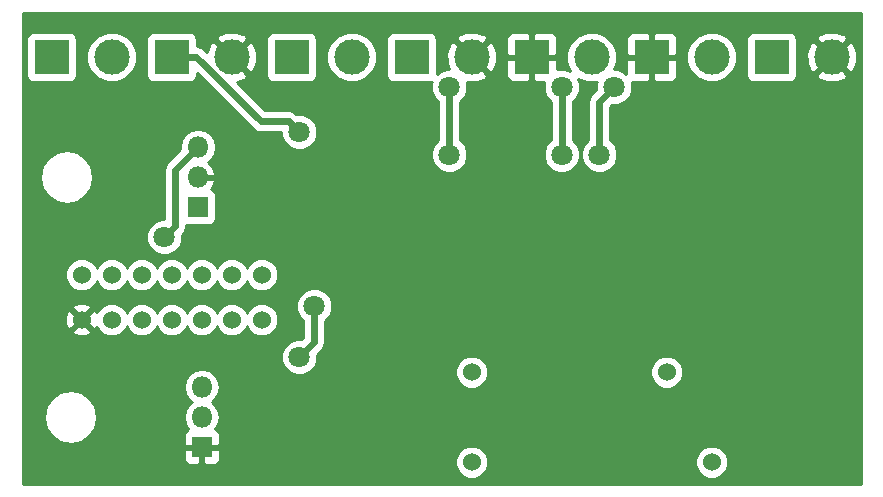
<source format=gbr>
G04 #@! TF.FileFunction,Copper,L2,Bot,Signal*
%FSLAX46Y46*%
G04 Gerber Fmt 4.6, Leading zero omitted, Abs format (unit mm)*
G04 Created by KiCad (PCBNEW 4.0.7) date 05/05/18 10:53:01*
%MOMM*%
%LPD*%
G01*
G04 APERTURE LIST*
%ADD10C,0.100000*%
%ADD11C,1.524000*%
%ADD12R,1.800000X1.800000*%
%ADD13O,1.800000X1.800000*%
%ADD14R,3.000000X3.000000*%
%ADD15C,3.000000*%
%ADD16C,1.800000*%
%ADD17C,0.600000*%
%ADD18C,0.600000*%
%ADD19C,0.254000*%
G04 APERTURE END LIST*
D10*
D11*
X140335000Y-94615000D03*
X156845000Y-94615000D03*
X140335000Y-102235000D03*
X160655000Y-102235000D03*
D12*
X117475000Y-100965000D03*
D13*
X117475000Y-98425000D03*
X117475000Y-95885000D03*
D11*
X122555000Y-90170000D03*
X120015000Y-90170000D03*
X117475000Y-90170000D03*
X114935000Y-90170000D03*
X112395000Y-90170000D03*
X109855000Y-90170000D03*
X107315000Y-90170000D03*
X122555000Y-86360000D03*
X120015000Y-86360000D03*
X117475000Y-86360000D03*
X114935000Y-86360000D03*
X112395000Y-86360000D03*
X109855000Y-86360000D03*
X107315000Y-86360000D03*
D12*
X117145000Y-80645000D03*
D13*
X117145000Y-78105000D03*
X117145000Y-75565000D03*
D14*
X135255000Y-67945000D03*
D15*
X140335000Y-67945000D03*
D14*
X114935000Y-67945000D03*
D15*
X120015000Y-67945000D03*
D14*
X165735000Y-67945000D03*
D15*
X170815000Y-67945000D03*
D14*
X125095000Y-67945000D03*
D15*
X130175000Y-67945000D03*
D14*
X104775000Y-67945000D03*
D15*
X109855000Y-67945000D03*
D14*
X145415000Y-67945000D03*
D15*
X150495000Y-67945000D03*
D14*
X155575000Y-67945000D03*
D15*
X160655000Y-67945000D03*
D16*
X115570000Y-92710000D03*
X152400000Y-82550000D03*
X138430000Y-86360000D03*
X120650000Y-78105000D03*
X125730000Y-78105000D03*
D17*
X117475000Y-100965000D03*
X170815000Y-67945000D03*
X155575000Y-67945000D03*
X145415000Y-67945000D03*
X140335000Y-67945000D03*
X120015000Y-67945000D03*
D16*
X114300000Y-83185000D03*
X147955000Y-70485000D03*
X147955000Y-76200000D03*
X152400000Y-70485000D03*
X151130000Y-76200000D03*
X127000000Y-89022011D03*
X125730000Y-93345000D03*
X138430000Y-76200000D03*
X138430000Y-70485000D03*
D17*
X122555000Y-90170000D03*
D16*
X125730000Y-74295000D03*
D18*
X114300000Y-83185000D02*
X115199999Y-82285001D01*
X115199999Y-82285001D02*
X115199999Y-77510001D01*
X115199999Y-77510001D02*
X116245001Y-76464999D01*
X116245001Y-76464999D02*
X117145000Y-75565000D01*
X147955000Y-76200000D02*
X147955000Y-70485000D01*
X151130000Y-76200000D02*
X151130000Y-71755000D01*
X151130000Y-71755000D02*
X152400000Y-70485000D01*
X127000000Y-90294803D02*
X127000000Y-89022011D01*
X125730000Y-93345000D02*
X127000000Y-92075000D01*
X127000000Y-92075000D02*
X127000000Y-90294803D01*
X138430000Y-70485000D02*
X138430000Y-76200000D01*
X125730000Y-74295000D02*
X124830001Y-73395001D01*
X124830001Y-73395001D02*
X122485001Y-73395001D01*
X122485001Y-73395001D02*
X117035000Y-67945000D01*
X117035000Y-67945000D02*
X114935000Y-67945000D01*
D19*
G36*
X173280000Y-104065000D02*
X102310000Y-104065000D01*
X102310000Y-102511661D01*
X138937758Y-102511661D01*
X139149990Y-103025303D01*
X139542630Y-103418629D01*
X140055900Y-103631757D01*
X140611661Y-103632242D01*
X141125303Y-103420010D01*
X141518629Y-103027370D01*
X141731757Y-102514100D01*
X141731759Y-102511661D01*
X159257758Y-102511661D01*
X159469990Y-103025303D01*
X159862630Y-103418629D01*
X160375900Y-103631757D01*
X160931661Y-103632242D01*
X161445303Y-103420010D01*
X161838629Y-103027370D01*
X162051757Y-102514100D01*
X162052242Y-101958339D01*
X161840010Y-101444697D01*
X161447370Y-101051371D01*
X160934100Y-100838243D01*
X160378339Y-100837758D01*
X159864697Y-101049990D01*
X159471371Y-101442630D01*
X159258243Y-101955900D01*
X159257758Y-102511661D01*
X141731759Y-102511661D01*
X141732242Y-101958339D01*
X141520010Y-101444697D01*
X141127370Y-101051371D01*
X140614100Y-100838243D01*
X140058339Y-100837758D01*
X139544697Y-101049990D01*
X139151371Y-101442630D01*
X138938243Y-101955900D01*
X138937758Y-102511661D01*
X102310000Y-102511661D01*
X102310000Y-101250750D01*
X115940000Y-101250750D01*
X115940000Y-101991309D01*
X116036673Y-102224698D01*
X116215301Y-102403327D01*
X116448690Y-102500000D01*
X117189250Y-102500000D01*
X117348000Y-102341250D01*
X117348000Y-101092000D01*
X117602000Y-101092000D01*
X117602000Y-102341250D01*
X117760750Y-102500000D01*
X118501310Y-102500000D01*
X118734699Y-102403327D01*
X118913327Y-102224698D01*
X119010000Y-101991309D01*
X119010000Y-101250750D01*
X118851250Y-101092000D01*
X117602000Y-101092000D01*
X117348000Y-101092000D01*
X116098750Y-101092000D01*
X115940000Y-101250750D01*
X102310000Y-101250750D01*
X102310000Y-98381214D01*
X104140000Y-98381214D01*
X104140000Y-98468786D01*
X104310129Y-99324083D01*
X104794616Y-100049170D01*
X105519703Y-100533657D01*
X106375000Y-100703786D01*
X107230297Y-100533657D01*
X107955384Y-100049170D01*
X108439871Y-99324083D01*
X108610000Y-98468786D01*
X108610000Y-98381214D01*
X108439871Y-97525917D01*
X107955384Y-96800830D01*
X107230297Y-96316343D01*
X106375000Y-96146214D01*
X105519703Y-96316343D01*
X104794616Y-96800830D01*
X104310129Y-97525917D01*
X104140000Y-98381214D01*
X102310000Y-98381214D01*
X102310000Y-95854928D01*
X115940000Y-95854928D01*
X115940000Y-95915072D01*
X116056845Y-96502491D01*
X116389591Y-97000481D01*
X116620845Y-97155000D01*
X116389591Y-97309519D01*
X116056845Y-97807509D01*
X115940000Y-98394928D01*
X115940000Y-98455072D01*
X116056845Y-99042491D01*
X116344583Y-99473122D01*
X116215301Y-99526673D01*
X116036673Y-99705302D01*
X115940000Y-99938691D01*
X115940000Y-100679250D01*
X116098750Y-100838000D01*
X117348000Y-100838000D01*
X117348000Y-100818000D01*
X117602000Y-100818000D01*
X117602000Y-100838000D01*
X118851250Y-100838000D01*
X119010000Y-100679250D01*
X119010000Y-99938691D01*
X118913327Y-99705302D01*
X118734699Y-99526673D01*
X118605417Y-99473122D01*
X118893155Y-99042491D01*
X119010000Y-98455072D01*
X119010000Y-98394928D01*
X118893155Y-97807509D01*
X118560409Y-97309519D01*
X118329155Y-97155000D01*
X118560409Y-97000481D01*
X118893155Y-96502491D01*
X119010000Y-95915072D01*
X119010000Y-95854928D01*
X118893155Y-95267509D01*
X118642022Y-94891661D01*
X138937758Y-94891661D01*
X139149990Y-95405303D01*
X139542630Y-95798629D01*
X140055900Y-96011757D01*
X140611661Y-96012242D01*
X141125303Y-95800010D01*
X141518629Y-95407370D01*
X141731757Y-94894100D01*
X141731759Y-94891661D01*
X155447758Y-94891661D01*
X155659990Y-95405303D01*
X156052630Y-95798629D01*
X156565900Y-96011757D01*
X157121661Y-96012242D01*
X157635303Y-95800010D01*
X158028629Y-95407370D01*
X158241757Y-94894100D01*
X158242242Y-94338339D01*
X158030010Y-93824697D01*
X157637370Y-93431371D01*
X157124100Y-93218243D01*
X156568339Y-93217758D01*
X156054697Y-93429990D01*
X155661371Y-93822630D01*
X155448243Y-94335900D01*
X155447758Y-94891661D01*
X141731759Y-94891661D01*
X141732242Y-94338339D01*
X141520010Y-93824697D01*
X141127370Y-93431371D01*
X140614100Y-93218243D01*
X140058339Y-93217758D01*
X139544697Y-93429990D01*
X139151371Y-93822630D01*
X138938243Y-94335900D01*
X138937758Y-94891661D01*
X118642022Y-94891661D01*
X118560409Y-94769519D01*
X118062419Y-94436773D01*
X117475000Y-94319928D01*
X116887581Y-94436773D01*
X116389591Y-94769519D01*
X116056845Y-95267509D01*
X115940000Y-95854928D01*
X102310000Y-95854928D01*
X102310000Y-93648991D01*
X124194735Y-93648991D01*
X124427932Y-94213371D01*
X124859357Y-94645551D01*
X125423330Y-94879733D01*
X126033991Y-94880265D01*
X126598371Y-94647068D01*
X127030551Y-94215643D01*
X127264733Y-93651670D01*
X127265186Y-93132104D01*
X127661145Y-92736145D01*
X127863827Y-92432809D01*
X127935000Y-92075000D01*
X127935000Y-90257566D01*
X128300551Y-89892654D01*
X128534733Y-89328681D01*
X128535265Y-88718020D01*
X128302068Y-88153640D01*
X127870643Y-87721460D01*
X127306670Y-87487278D01*
X126696009Y-87486746D01*
X126131629Y-87719943D01*
X125699449Y-88151368D01*
X125465267Y-88715341D01*
X125464735Y-89326002D01*
X125697932Y-89890382D01*
X126065000Y-90258092D01*
X126065000Y-91687710D01*
X125942525Y-91810185D01*
X125426009Y-91809735D01*
X124861629Y-92042932D01*
X124429449Y-92474357D01*
X124195267Y-93038330D01*
X124194735Y-93648991D01*
X102310000Y-93648991D01*
X102310000Y-91150213D01*
X106514392Y-91150213D01*
X106583857Y-91392397D01*
X107107302Y-91579144D01*
X107662368Y-91551362D01*
X108046143Y-91392397D01*
X108115608Y-91150213D01*
X107315000Y-90349605D01*
X106514392Y-91150213D01*
X102310000Y-91150213D01*
X102310000Y-89962302D01*
X105905856Y-89962302D01*
X105933638Y-90517368D01*
X106092603Y-90901143D01*
X106334787Y-90970608D01*
X107135395Y-90170000D01*
X107494605Y-90170000D01*
X108295213Y-90970608D01*
X108537397Y-90901143D01*
X108587509Y-90760682D01*
X108669990Y-90960303D01*
X109062630Y-91353629D01*
X109575900Y-91566757D01*
X110131661Y-91567242D01*
X110645303Y-91355010D01*
X111038629Y-90962370D01*
X111124949Y-90754488D01*
X111209990Y-90960303D01*
X111602630Y-91353629D01*
X112115900Y-91566757D01*
X112671661Y-91567242D01*
X113185303Y-91355010D01*
X113578629Y-90962370D01*
X113664949Y-90754488D01*
X113749990Y-90960303D01*
X114142630Y-91353629D01*
X114655900Y-91566757D01*
X115211661Y-91567242D01*
X115725303Y-91355010D01*
X116118629Y-90962370D01*
X116204949Y-90754488D01*
X116289990Y-90960303D01*
X116682630Y-91353629D01*
X117195900Y-91566757D01*
X117751661Y-91567242D01*
X118265303Y-91355010D01*
X118658629Y-90962370D01*
X118744949Y-90754488D01*
X118829990Y-90960303D01*
X119222630Y-91353629D01*
X119735900Y-91566757D01*
X120291661Y-91567242D01*
X120805303Y-91355010D01*
X121198629Y-90962370D01*
X121284949Y-90754488D01*
X121369990Y-90960303D01*
X121762630Y-91353629D01*
X122275900Y-91566757D01*
X122831661Y-91567242D01*
X123345303Y-91355010D01*
X123738629Y-90962370D01*
X123951757Y-90449100D01*
X123952242Y-89893339D01*
X123740010Y-89379697D01*
X123347370Y-88986371D01*
X122834100Y-88773243D01*
X122278339Y-88772758D01*
X121764697Y-88984990D01*
X121371371Y-89377630D01*
X121285051Y-89585512D01*
X121200010Y-89379697D01*
X120807370Y-88986371D01*
X120294100Y-88773243D01*
X119738339Y-88772758D01*
X119224697Y-88984990D01*
X118831371Y-89377630D01*
X118745051Y-89585512D01*
X118660010Y-89379697D01*
X118267370Y-88986371D01*
X117754100Y-88773243D01*
X117198339Y-88772758D01*
X116684697Y-88984990D01*
X116291371Y-89377630D01*
X116205051Y-89585512D01*
X116120010Y-89379697D01*
X115727370Y-88986371D01*
X115214100Y-88773243D01*
X114658339Y-88772758D01*
X114144697Y-88984990D01*
X113751371Y-89377630D01*
X113665051Y-89585512D01*
X113580010Y-89379697D01*
X113187370Y-88986371D01*
X112674100Y-88773243D01*
X112118339Y-88772758D01*
X111604697Y-88984990D01*
X111211371Y-89377630D01*
X111125051Y-89585512D01*
X111040010Y-89379697D01*
X110647370Y-88986371D01*
X110134100Y-88773243D01*
X109578339Y-88772758D01*
X109064697Y-88984990D01*
X108671371Y-89377630D01*
X108591605Y-89569727D01*
X108537397Y-89438857D01*
X108295213Y-89369392D01*
X107494605Y-90170000D01*
X107135395Y-90170000D01*
X106334787Y-89369392D01*
X106092603Y-89438857D01*
X105905856Y-89962302D01*
X102310000Y-89962302D01*
X102310000Y-89189787D01*
X106514392Y-89189787D01*
X107315000Y-89990395D01*
X108115608Y-89189787D01*
X108046143Y-88947603D01*
X107522698Y-88760856D01*
X106967632Y-88788638D01*
X106583857Y-88947603D01*
X106514392Y-89189787D01*
X102310000Y-89189787D01*
X102310000Y-86636661D01*
X105917758Y-86636661D01*
X106129990Y-87150303D01*
X106522630Y-87543629D01*
X107035900Y-87756757D01*
X107591661Y-87757242D01*
X108105303Y-87545010D01*
X108498629Y-87152370D01*
X108584949Y-86944488D01*
X108669990Y-87150303D01*
X109062630Y-87543629D01*
X109575900Y-87756757D01*
X110131661Y-87757242D01*
X110645303Y-87545010D01*
X111038629Y-87152370D01*
X111124949Y-86944488D01*
X111209990Y-87150303D01*
X111602630Y-87543629D01*
X112115900Y-87756757D01*
X112671661Y-87757242D01*
X113185303Y-87545010D01*
X113578629Y-87152370D01*
X113664949Y-86944488D01*
X113749990Y-87150303D01*
X114142630Y-87543629D01*
X114655900Y-87756757D01*
X115211661Y-87757242D01*
X115725303Y-87545010D01*
X116118629Y-87152370D01*
X116204949Y-86944488D01*
X116289990Y-87150303D01*
X116682630Y-87543629D01*
X117195900Y-87756757D01*
X117751661Y-87757242D01*
X118265303Y-87545010D01*
X118658629Y-87152370D01*
X118744949Y-86944488D01*
X118829990Y-87150303D01*
X119222630Y-87543629D01*
X119735900Y-87756757D01*
X120291661Y-87757242D01*
X120805303Y-87545010D01*
X121198629Y-87152370D01*
X121284949Y-86944488D01*
X121369990Y-87150303D01*
X121762630Y-87543629D01*
X122275900Y-87756757D01*
X122831661Y-87757242D01*
X123345303Y-87545010D01*
X123738629Y-87152370D01*
X123951757Y-86639100D01*
X123952242Y-86083339D01*
X123740010Y-85569697D01*
X123347370Y-85176371D01*
X122834100Y-84963243D01*
X122278339Y-84962758D01*
X121764697Y-85174990D01*
X121371371Y-85567630D01*
X121285051Y-85775512D01*
X121200010Y-85569697D01*
X120807370Y-85176371D01*
X120294100Y-84963243D01*
X119738339Y-84962758D01*
X119224697Y-85174990D01*
X118831371Y-85567630D01*
X118745051Y-85775512D01*
X118660010Y-85569697D01*
X118267370Y-85176371D01*
X117754100Y-84963243D01*
X117198339Y-84962758D01*
X116684697Y-85174990D01*
X116291371Y-85567630D01*
X116205051Y-85775512D01*
X116120010Y-85569697D01*
X115727370Y-85176371D01*
X115214100Y-84963243D01*
X114658339Y-84962758D01*
X114144697Y-85174990D01*
X113751371Y-85567630D01*
X113665051Y-85775512D01*
X113580010Y-85569697D01*
X113187370Y-85176371D01*
X112674100Y-84963243D01*
X112118339Y-84962758D01*
X111604697Y-85174990D01*
X111211371Y-85567630D01*
X111125051Y-85775512D01*
X111040010Y-85569697D01*
X110647370Y-85176371D01*
X110134100Y-84963243D01*
X109578339Y-84962758D01*
X109064697Y-85174990D01*
X108671371Y-85567630D01*
X108585051Y-85775512D01*
X108500010Y-85569697D01*
X108107370Y-85176371D01*
X107594100Y-84963243D01*
X107038339Y-84962758D01*
X106524697Y-85174990D01*
X106131371Y-85567630D01*
X105918243Y-86080900D01*
X105917758Y-86636661D01*
X102310000Y-86636661D01*
X102310000Y-83488991D01*
X112764735Y-83488991D01*
X112997932Y-84053371D01*
X113429357Y-84485551D01*
X113993330Y-84719733D01*
X114603991Y-84720265D01*
X115168371Y-84487068D01*
X115600551Y-84055643D01*
X115834733Y-83491670D01*
X115835186Y-82972104D01*
X115861144Y-82946146D01*
X116063826Y-82642810D01*
X116134999Y-82285001D01*
X116134999Y-82170164D01*
X116245000Y-82192440D01*
X118045000Y-82192440D01*
X118280317Y-82148162D01*
X118496441Y-82009090D01*
X118641431Y-81796890D01*
X118692440Y-81545000D01*
X118692440Y-79745000D01*
X118648162Y-79509683D01*
X118509090Y-79293559D01*
X118296890Y-79148569D01*
X118245854Y-79138234D01*
X118382966Y-79012576D01*
X118636046Y-78469742D01*
X118515997Y-78232000D01*
X117272000Y-78232000D01*
X117272000Y-78252000D01*
X117018000Y-78252000D01*
X117018000Y-78232000D01*
X116998000Y-78232000D01*
X116998000Y-77978000D01*
X117018000Y-77978000D01*
X117018000Y-77958000D01*
X117272000Y-77958000D01*
X117272000Y-77978000D01*
X118515997Y-77978000D01*
X118636046Y-77740258D01*
X118382966Y-77197424D01*
X117992418Y-76839501D01*
X118230409Y-76680481D01*
X118563155Y-76182491D01*
X118680000Y-75595072D01*
X118680000Y-75534928D01*
X118563155Y-74947509D01*
X118230409Y-74449519D01*
X117732419Y-74116773D01*
X117145000Y-73999928D01*
X116557581Y-74116773D01*
X116059591Y-74449519D01*
X115726845Y-74947509D01*
X115610000Y-75534928D01*
X115610000Y-75595072D01*
X115640302Y-75747408D01*
X114538854Y-76848856D01*
X114336172Y-77152192D01*
X114264999Y-77510001D01*
X114264999Y-81649969D01*
X113996009Y-81649735D01*
X113431629Y-81882932D01*
X112999449Y-82314357D01*
X112765267Y-82878330D01*
X112764735Y-83488991D01*
X102310000Y-83488991D01*
X102310000Y-78061214D01*
X103810000Y-78061214D01*
X103810000Y-78148786D01*
X103980129Y-79004083D01*
X104464616Y-79729170D01*
X105189703Y-80213657D01*
X106045000Y-80383786D01*
X106900297Y-80213657D01*
X107625384Y-79729170D01*
X108109871Y-79004083D01*
X108280000Y-78148786D01*
X108280000Y-78061214D01*
X108109871Y-77205917D01*
X107625384Y-76480830D01*
X106900297Y-75996343D01*
X106045000Y-75826214D01*
X105189703Y-75996343D01*
X104464616Y-76480830D01*
X103980129Y-77205917D01*
X103810000Y-78061214D01*
X102310000Y-78061214D01*
X102310000Y-66445000D01*
X102627560Y-66445000D01*
X102627560Y-69445000D01*
X102671838Y-69680317D01*
X102810910Y-69896441D01*
X103023110Y-70041431D01*
X103275000Y-70092440D01*
X106275000Y-70092440D01*
X106510317Y-70048162D01*
X106726441Y-69909090D01*
X106871431Y-69696890D01*
X106922440Y-69445000D01*
X106922440Y-68367815D01*
X107719630Y-68367815D01*
X108043980Y-69152800D01*
X108644041Y-69753909D01*
X109428459Y-70079628D01*
X110277815Y-70080370D01*
X111062800Y-69756020D01*
X111663909Y-69155959D01*
X111989628Y-68371541D01*
X111990370Y-67522185D01*
X111666020Y-66737200D01*
X111374330Y-66445000D01*
X112787560Y-66445000D01*
X112787560Y-69445000D01*
X112831838Y-69680317D01*
X112970910Y-69896441D01*
X113183110Y-70041431D01*
X113435000Y-70092440D01*
X116435000Y-70092440D01*
X116670317Y-70048162D01*
X116886441Y-69909090D01*
X117031431Y-69696890D01*
X117082440Y-69445000D01*
X117082440Y-69314730D01*
X121823856Y-74056146D01*
X122127192Y-74258828D01*
X122485001Y-74330001D01*
X124194969Y-74330001D01*
X124194735Y-74598991D01*
X124427932Y-75163371D01*
X124859357Y-75595551D01*
X125423330Y-75829733D01*
X126033991Y-75830265D01*
X126598371Y-75597068D01*
X127030551Y-75165643D01*
X127264733Y-74601670D01*
X127265265Y-73991009D01*
X127032068Y-73426629D01*
X126600643Y-72994449D01*
X126036670Y-72760267D01*
X125517104Y-72759814D01*
X125491146Y-72733856D01*
X125187810Y-72531174D01*
X124830001Y-72460001D01*
X122872291Y-72460001D01*
X120482791Y-70070501D01*
X121189582Y-69777739D01*
X121349365Y-69458970D01*
X120015000Y-68124605D01*
X120000858Y-68138748D01*
X119821253Y-67959143D01*
X119835395Y-67945000D01*
X120194605Y-67945000D01*
X121528970Y-69279365D01*
X121847739Y-69119582D01*
X122157723Y-68328813D01*
X122141497Y-67479613D01*
X121847739Y-66770418D01*
X121528970Y-66610635D01*
X120194605Y-67945000D01*
X119835395Y-67945000D01*
X118501030Y-66610635D01*
X118182261Y-66770418D01*
X117900776Y-67488486D01*
X117696145Y-67283855D01*
X117392809Y-67081173D01*
X117082440Y-67019436D01*
X117082440Y-66445000D01*
X117079812Y-66431030D01*
X118680635Y-66431030D01*
X120015000Y-67765395D01*
X121335395Y-66445000D01*
X122947560Y-66445000D01*
X122947560Y-69445000D01*
X122991838Y-69680317D01*
X123130910Y-69896441D01*
X123343110Y-70041431D01*
X123595000Y-70092440D01*
X126595000Y-70092440D01*
X126830317Y-70048162D01*
X127046441Y-69909090D01*
X127191431Y-69696890D01*
X127242440Y-69445000D01*
X127242440Y-68367815D01*
X128039630Y-68367815D01*
X128363980Y-69152800D01*
X128964041Y-69753909D01*
X129748459Y-70079628D01*
X130597815Y-70080370D01*
X131382800Y-69756020D01*
X131983909Y-69155959D01*
X132309628Y-68371541D01*
X132310370Y-67522185D01*
X131986020Y-66737200D01*
X131694330Y-66445000D01*
X133107560Y-66445000D01*
X133107560Y-69445000D01*
X133151838Y-69680317D01*
X133290910Y-69896441D01*
X133503110Y-70041431D01*
X133755000Y-70092440D01*
X136755000Y-70092440D01*
X136945843Y-70056530D01*
X136895267Y-70178330D01*
X136894735Y-70788991D01*
X137127932Y-71353371D01*
X137495000Y-71721081D01*
X137495000Y-74964445D01*
X137129449Y-75329357D01*
X136895267Y-75893330D01*
X136894735Y-76503991D01*
X137127932Y-77068371D01*
X137559357Y-77500551D01*
X138123330Y-77734733D01*
X138733991Y-77735265D01*
X139298371Y-77502068D01*
X139730551Y-77070643D01*
X139964733Y-76506670D01*
X139965265Y-75896009D01*
X139732068Y-75331629D01*
X139365000Y-74963919D01*
X139365000Y-71720555D01*
X139730551Y-71355643D01*
X139964733Y-70791670D01*
X139965265Y-70181009D01*
X139921991Y-70076278D01*
X139951187Y-70087723D01*
X140800387Y-70071497D01*
X141509582Y-69777739D01*
X141669365Y-69458970D01*
X140335000Y-68124605D01*
X140320858Y-68138748D01*
X140141253Y-67959143D01*
X140155395Y-67945000D01*
X140514605Y-67945000D01*
X141848970Y-69279365D01*
X142167739Y-69119582D01*
X142477723Y-68328813D01*
X142475850Y-68230750D01*
X143280000Y-68230750D01*
X143280000Y-69571310D01*
X143376673Y-69804699D01*
X143555302Y-69983327D01*
X143788691Y-70080000D01*
X145129250Y-70080000D01*
X145288000Y-69921250D01*
X145288000Y-68072000D01*
X145542000Y-68072000D01*
X145542000Y-69921250D01*
X145700750Y-70080000D01*
X146461097Y-70080000D01*
X146420267Y-70178330D01*
X146419735Y-70788991D01*
X146652932Y-71353371D01*
X147020000Y-71721081D01*
X147020000Y-74964445D01*
X146654449Y-75329357D01*
X146420267Y-75893330D01*
X146419735Y-76503991D01*
X146652932Y-77068371D01*
X147084357Y-77500551D01*
X147648330Y-77734733D01*
X148258991Y-77735265D01*
X148823371Y-77502068D01*
X149255551Y-77070643D01*
X149489733Y-76506670D01*
X149490265Y-75896009D01*
X149257068Y-75331629D01*
X148890000Y-74963919D01*
X148890000Y-71720555D01*
X149255551Y-71355643D01*
X149489733Y-70791670D01*
X149490265Y-70181009D01*
X149319952Y-69768821D01*
X150068459Y-70079628D01*
X150905948Y-70080360D01*
X150865267Y-70178330D01*
X150864814Y-70697896D01*
X150468855Y-71093855D01*
X150266173Y-71397191D01*
X150195000Y-71755000D01*
X150195000Y-74964445D01*
X149829449Y-75329357D01*
X149595267Y-75893330D01*
X149594735Y-76503991D01*
X149827932Y-77068371D01*
X150259357Y-77500551D01*
X150823330Y-77734733D01*
X151433991Y-77735265D01*
X151998371Y-77502068D01*
X152430551Y-77070643D01*
X152664733Y-76506670D01*
X152665265Y-75896009D01*
X152432068Y-75331629D01*
X152065000Y-74963919D01*
X152065000Y-72142290D01*
X152187475Y-72019815D01*
X152703991Y-72020265D01*
X153268371Y-71787068D01*
X153700551Y-71355643D01*
X153934733Y-70791670D01*
X153935265Y-70181009D01*
X153882139Y-70052433D01*
X153948691Y-70080000D01*
X155289250Y-70080000D01*
X155448000Y-69921250D01*
X155448000Y-68072000D01*
X155702000Y-68072000D01*
X155702000Y-69921250D01*
X155860750Y-70080000D01*
X157201309Y-70080000D01*
X157434698Y-69983327D01*
X157613327Y-69804699D01*
X157710000Y-69571310D01*
X157710000Y-68367815D01*
X158519630Y-68367815D01*
X158843980Y-69152800D01*
X159444041Y-69753909D01*
X160228459Y-70079628D01*
X161077815Y-70080370D01*
X161862800Y-69756020D01*
X162463909Y-69155959D01*
X162789628Y-68371541D01*
X162790370Y-67522185D01*
X162466020Y-66737200D01*
X162174330Y-66445000D01*
X163587560Y-66445000D01*
X163587560Y-69445000D01*
X163631838Y-69680317D01*
X163770910Y-69896441D01*
X163983110Y-70041431D01*
X164235000Y-70092440D01*
X167235000Y-70092440D01*
X167470317Y-70048162D01*
X167686441Y-69909090D01*
X167831431Y-69696890D01*
X167879611Y-69458970D01*
X169480635Y-69458970D01*
X169640418Y-69777739D01*
X170431187Y-70087723D01*
X171280387Y-70071497D01*
X171989582Y-69777739D01*
X172149365Y-69458970D01*
X170815000Y-68124605D01*
X169480635Y-69458970D01*
X167879611Y-69458970D01*
X167882440Y-69445000D01*
X167882440Y-67561187D01*
X168672277Y-67561187D01*
X168688503Y-68410387D01*
X168982261Y-69119582D01*
X169301030Y-69279365D01*
X170635395Y-67945000D01*
X170994605Y-67945000D01*
X172328970Y-69279365D01*
X172647739Y-69119582D01*
X172957723Y-68328813D01*
X172941497Y-67479613D01*
X172647739Y-66770418D01*
X172328970Y-66610635D01*
X170994605Y-67945000D01*
X170635395Y-67945000D01*
X169301030Y-66610635D01*
X168982261Y-66770418D01*
X168672277Y-67561187D01*
X167882440Y-67561187D01*
X167882440Y-66445000D01*
X167879812Y-66431030D01*
X169480635Y-66431030D01*
X170815000Y-67765395D01*
X172149365Y-66431030D01*
X171989582Y-66112261D01*
X171198813Y-65802277D01*
X170349613Y-65818503D01*
X169640418Y-66112261D01*
X169480635Y-66431030D01*
X167879812Y-66431030D01*
X167838162Y-66209683D01*
X167699090Y-65993559D01*
X167486890Y-65848569D01*
X167235000Y-65797560D01*
X164235000Y-65797560D01*
X163999683Y-65841838D01*
X163783559Y-65980910D01*
X163638569Y-66193110D01*
X163587560Y-66445000D01*
X162174330Y-66445000D01*
X161865959Y-66136091D01*
X161081541Y-65810372D01*
X160232185Y-65809630D01*
X159447200Y-66133980D01*
X158846091Y-66734041D01*
X158520372Y-67518459D01*
X158519630Y-68367815D01*
X157710000Y-68367815D01*
X157710000Y-68230750D01*
X157551250Y-68072000D01*
X155702000Y-68072000D01*
X155448000Y-68072000D01*
X153598750Y-68072000D01*
X153440000Y-68230750D01*
X153440000Y-69354102D01*
X153270643Y-69184449D01*
X152706670Y-68950267D01*
X152389435Y-68949991D01*
X152629628Y-68371541D01*
X152630370Y-67522185D01*
X152306020Y-66737200D01*
X151888240Y-66318690D01*
X153440000Y-66318690D01*
X153440000Y-67659250D01*
X153598750Y-67818000D01*
X155448000Y-67818000D01*
X155448000Y-65968750D01*
X155702000Y-65968750D01*
X155702000Y-67818000D01*
X157551250Y-67818000D01*
X157710000Y-67659250D01*
X157710000Y-66318690D01*
X157613327Y-66085301D01*
X157434698Y-65906673D01*
X157201309Y-65810000D01*
X155860750Y-65810000D01*
X155702000Y-65968750D01*
X155448000Y-65968750D01*
X155289250Y-65810000D01*
X153948691Y-65810000D01*
X153715302Y-65906673D01*
X153536673Y-66085301D01*
X153440000Y-66318690D01*
X151888240Y-66318690D01*
X151705959Y-66136091D01*
X150921541Y-65810372D01*
X150072185Y-65809630D01*
X149287200Y-66133980D01*
X148686091Y-66734041D01*
X148360372Y-67518459D01*
X148359630Y-68367815D01*
X148670426Y-69119997D01*
X148261670Y-68950267D01*
X147651009Y-68949735D01*
X147550000Y-68991471D01*
X147550000Y-68230750D01*
X147391250Y-68072000D01*
X145542000Y-68072000D01*
X145288000Y-68072000D01*
X143438750Y-68072000D01*
X143280000Y-68230750D01*
X142475850Y-68230750D01*
X142461497Y-67479613D01*
X142167739Y-66770418D01*
X141848970Y-66610635D01*
X140514605Y-67945000D01*
X140155395Y-67945000D01*
X138821030Y-66610635D01*
X138502261Y-66770418D01*
X138192277Y-67561187D01*
X138208503Y-68410387D01*
X138432019Y-68950002D01*
X138126009Y-68949735D01*
X137561629Y-69182932D01*
X137402440Y-69341843D01*
X137402440Y-66445000D01*
X137399812Y-66431030D01*
X139000635Y-66431030D01*
X140335000Y-67765395D01*
X141669365Y-66431030D01*
X141613055Y-66318690D01*
X143280000Y-66318690D01*
X143280000Y-67659250D01*
X143438750Y-67818000D01*
X145288000Y-67818000D01*
X145288000Y-65968750D01*
X145542000Y-65968750D01*
X145542000Y-67818000D01*
X147391250Y-67818000D01*
X147550000Y-67659250D01*
X147550000Y-66318690D01*
X147453327Y-66085301D01*
X147274698Y-65906673D01*
X147041309Y-65810000D01*
X145700750Y-65810000D01*
X145542000Y-65968750D01*
X145288000Y-65968750D01*
X145129250Y-65810000D01*
X143788691Y-65810000D01*
X143555302Y-65906673D01*
X143376673Y-66085301D01*
X143280000Y-66318690D01*
X141613055Y-66318690D01*
X141509582Y-66112261D01*
X140718813Y-65802277D01*
X139869613Y-65818503D01*
X139160418Y-66112261D01*
X139000635Y-66431030D01*
X137399812Y-66431030D01*
X137358162Y-66209683D01*
X137219090Y-65993559D01*
X137006890Y-65848569D01*
X136755000Y-65797560D01*
X133755000Y-65797560D01*
X133519683Y-65841838D01*
X133303559Y-65980910D01*
X133158569Y-66193110D01*
X133107560Y-66445000D01*
X131694330Y-66445000D01*
X131385959Y-66136091D01*
X130601541Y-65810372D01*
X129752185Y-65809630D01*
X128967200Y-66133980D01*
X128366091Y-66734041D01*
X128040372Y-67518459D01*
X128039630Y-68367815D01*
X127242440Y-68367815D01*
X127242440Y-66445000D01*
X127198162Y-66209683D01*
X127059090Y-65993559D01*
X126846890Y-65848569D01*
X126595000Y-65797560D01*
X123595000Y-65797560D01*
X123359683Y-65841838D01*
X123143559Y-65980910D01*
X122998569Y-66193110D01*
X122947560Y-66445000D01*
X121335395Y-66445000D01*
X121349365Y-66431030D01*
X121189582Y-66112261D01*
X120398813Y-65802277D01*
X119549613Y-65818503D01*
X118840418Y-66112261D01*
X118680635Y-66431030D01*
X117079812Y-66431030D01*
X117038162Y-66209683D01*
X116899090Y-65993559D01*
X116686890Y-65848569D01*
X116435000Y-65797560D01*
X113435000Y-65797560D01*
X113199683Y-65841838D01*
X112983559Y-65980910D01*
X112838569Y-66193110D01*
X112787560Y-66445000D01*
X111374330Y-66445000D01*
X111065959Y-66136091D01*
X110281541Y-65810372D01*
X109432185Y-65809630D01*
X108647200Y-66133980D01*
X108046091Y-66734041D01*
X107720372Y-67518459D01*
X107719630Y-68367815D01*
X106922440Y-68367815D01*
X106922440Y-66445000D01*
X106878162Y-66209683D01*
X106739090Y-65993559D01*
X106526890Y-65848569D01*
X106275000Y-65797560D01*
X103275000Y-65797560D01*
X103039683Y-65841838D01*
X102823559Y-65980910D01*
X102678569Y-66193110D01*
X102627560Y-66445000D01*
X102310000Y-66445000D01*
X102310000Y-64210000D01*
X173280000Y-64210000D01*
X173280000Y-104065000D01*
X173280000Y-104065000D01*
G37*
X173280000Y-104065000D02*
X102310000Y-104065000D01*
X102310000Y-102511661D01*
X138937758Y-102511661D01*
X139149990Y-103025303D01*
X139542630Y-103418629D01*
X140055900Y-103631757D01*
X140611661Y-103632242D01*
X141125303Y-103420010D01*
X141518629Y-103027370D01*
X141731757Y-102514100D01*
X141731759Y-102511661D01*
X159257758Y-102511661D01*
X159469990Y-103025303D01*
X159862630Y-103418629D01*
X160375900Y-103631757D01*
X160931661Y-103632242D01*
X161445303Y-103420010D01*
X161838629Y-103027370D01*
X162051757Y-102514100D01*
X162052242Y-101958339D01*
X161840010Y-101444697D01*
X161447370Y-101051371D01*
X160934100Y-100838243D01*
X160378339Y-100837758D01*
X159864697Y-101049990D01*
X159471371Y-101442630D01*
X159258243Y-101955900D01*
X159257758Y-102511661D01*
X141731759Y-102511661D01*
X141732242Y-101958339D01*
X141520010Y-101444697D01*
X141127370Y-101051371D01*
X140614100Y-100838243D01*
X140058339Y-100837758D01*
X139544697Y-101049990D01*
X139151371Y-101442630D01*
X138938243Y-101955900D01*
X138937758Y-102511661D01*
X102310000Y-102511661D01*
X102310000Y-101250750D01*
X115940000Y-101250750D01*
X115940000Y-101991309D01*
X116036673Y-102224698D01*
X116215301Y-102403327D01*
X116448690Y-102500000D01*
X117189250Y-102500000D01*
X117348000Y-102341250D01*
X117348000Y-101092000D01*
X117602000Y-101092000D01*
X117602000Y-102341250D01*
X117760750Y-102500000D01*
X118501310Y-102500000D01*
X118734699Y-102403327D01*
X118913327Y-102224698D01*
X119010000Y-101991309D01*
X119010000Y-101250750D01*
X118851250Y-101092000D01*
X117602000Y-101092000D01*
X117348000Y-101092000D01*
X116098750Y-101092000D01*
X115940000Y-101250750D01*
X102310000Y-101250750D01*
X102310000Y-98381214D01*
X104140000Y-98381214D01*
X104140000Y-98468786D01*
X104310129Y-99324083D01*
X104794616Y-100049170D01*
X105519703Y-100533657D01*
X106375000Y-100703786D01*
X107230297Y-100533657D01*
X107955384Y-100049170D01*
X108439871Y-99324083D01*
X108610000Y-98468786D01*
X108610000Y-98381214D01*
X108439871Y-97525917D01*
X107955384Y-96800830D01*
X107230297Y-96316343D01*
X106375000Y-96146214D01*
X105519703Y-96316343D01*
X104794616Y-96800830D01*
X104310129Y-97525917D01*
X104140000Y-98381214D01*
X102310000Y-98381214D01*
X102310000Y-95854928D01*
X115940000Y-95854928D01*
X115940000Y-95915072D01*
X116056845Y-96502491D01*
X116389591Y-97000481D01*
X116620845Y-97155000D01*
X116389591Y-97309519D01*
X116056845Y-97807509D01*
X115940000Y-98394928D01*
X115940000Y-98455072D01*
X116056845Y-99042491D01*
X116344583Y-99473122D01*
X116215301Y-99526673D01*
X116036673Y-99705302D01*
X115940000Y-99938691D01*
X115940000Y-100679250D01*
X116098750Y-100838000D01*
X117348000Y-100838000D01*
X117348000Y-100818000D01*
X117602000Y-100818000D01*
X117602000Y-100838000D01*
X118851250Y-100838000D01*
X119010000Y-100679250D01*
X119010000Y-99938691D01*
X118913327Y-99705302D01*
X118734699Y-99526673D01*
X118605417Y-99473122D01*
X118893155Y-99042491D01*
X119010000Y-98455072D01*
X119010000Y-98394928D01*
X118893155Y-97807509D01*
X118560409Y-97309519D01*
X118329155Y-97155000D01*
X118560409Y-97000481D01*
X118893155Y-96502491D01*
X119010000Y-95915072D01*
X119010000Y-95854928D01*
X118893155Y-95267509D01*
X118642022Y-94891661D01*
X138937758Y-94891661D01*
X139149990Y-95405303D01*
X139542630Y-95798629D01*
X140055900Y-96011757D01*
X140611661Y-96012242D01*
X141125303Y-95800010D01*
X141518629Y-95407370D01*
X141731757Y-94894100D01*
X141731759Y-94891661D01*
X155447758Y-94891661D01*
X155659990Y-95405303D01*
X156052630Y-95798629D01*
X156565900Y-96011757D01*
X157121661Y-96012242D01*
X157635303Y-95800010D01*
X158028629Y-95407370D01*
X158241757Y-94894100D01*
X158242242Y-94338339D01*
X158030010Y-93824697D01*
X157637370Y-93431371D01*
X157124100Y-93218243D01*
X156568339Y-93217758D01*
X156054697Y-93429990D01*
X155661371Y-93822630D01*
X155448243Y-94335900D01*
X155447758Y-94891661D01*
X141731759Y-94891661D01*
X141732242Y-94338339D01*
X141520010Y-93824697D01*
X141127370Y-93431371D01*
X140614100Y-93218243D01*
X140058339Y-93217758D01*
X139544697Y-93429990D01*
X139151371Y-93822630D01*
X138938243Y-94335900D01*
X138937758Y-94891661D01*
X118642022Y-94891661D01*
X118560409Y-94769519D01*
X118062419Y-94436773D01*
X117475000Y-94319928D01*
X116887581Y-94436773D01*
X116389591Y-94769519D01*
X116056845Y-95267509D01*
X115940000Y-95854928D01*
X102310000Y-95854928D01*
X102310000Y-93648991D01*
X124194735Y-93648991D01*
X124427932Y-94213371D01*
X124859357Y-94645551D01*
X125423330Y-94879733D01*
X126033991Y-94880265D01*
X126598371Y-94647068D01*
X127030551Y-94215643D01*
X127264733Y-93651670D01*
X127265186Y-93132104D01*
X127661145Y-92736145D01*
X127863827Y-92432809D01*
X127935000Y-92075000D01*
X127935000Y-90257566D01*
X128300551Y-89892654D01*
X128534733Y-89328681D01*
X128535265Y-88718020D01*
X128302068Y-88153640D01*
X127870643Y-87721460D01*
X127306670Y-87487278D01*
X126696009Y-87486746D01*
X126131629Y-87719943D01*
X125699449Y-88151368D01*
X125465267Y-88715341D01*
X125464735Y-89326002D01*
X125697932Y-89890382D01*
X126065000Y-90258092D01*
X126065000Y-91687710D01*
X125942525Y-91810185D01*
X125426009Y-91809735D01*
X124861629Y-92042932D01*
X124429449Y-92474357D01*
X124195267Y-93038330D01*
X124194735Y-93648991D01*
X102310000Y-93648991D01*
X102310000Y-91150213D01*
X106514392Y-91150213D01*
X106583857Y-91392397D01*
X107107302Y-91579144D01*
X107662368Y-91551362D01*
X108046143Y-91392397D01*
X108115608Y-91150213D01*
X107315000Y-90349605D01*
X106514392Y-91150213D01*
X102310000Y-91150213D01*
X102310000Y-89962302D01*
X105905856Y-89962302D01*
X105933638Y-90517368D01*
X106092603Y-90901143D01*
X106334787Y-90970608D01*
X107135395Y-90170000D01*
X107494605Y-90170000D01*
X108295213Y-90970608D01*
X108537397Y-90901143D01*
X108587509Y-90760682D01*
X108669990Y-90960303D01*
X109062630Y-91353629D01*
X109575900Y-91566757D01*
X110131661Y-91567242D01*
X110645303Y-91355010D01*
X111038629Y-90962370D01*
X111124949Y-90754488D01*
X111209990Y-90960303D01*
X111602630Y-91353629D01*
X112115900Y-91566757D01*
X112671661Y-91567242D01*
X113185303Y-91355010D01*
X113578629Y-90962370D01*
X113664949Y-90754488D01*
X113749990Y-90960303D01*
X114142630Y-91353629D01*
X114655900Y-91566757D01*
X115211661Y-91567242D01*
X115725303Y-91355010D01*
X116118629Y-90962370D01*
X116204949Y-90754488D01*
X116289990Y-90960303D01*
X116682630Y-91353629D01*
X117195900Y-91566757D01*
X117751661Y-91567242D01*
X118265303Y-91355010D01*
X118658629Y-90962370D01*
X118744949Y-90754488D01*
X118829990Y-90960303D01*
X119222630Y-91353629D01*
X119735900Y-91566757D01*
X120291661Y-91567242D01*
X120805303Y-91355010D01*
X121198629Y-90962370D01*
X121284949Y-90754488D01*
X121369990Y-90960303D01*
X121762630Y-91353629D01*
X122275900Y-91566757D01*
X122831661Y-91567242D01*
X123345303Y-91355010D01*
X123738629Y-90962370D01*
X123951757Y-90449100D01*
X123952242Y-89893339D01*
X123740010Y-89379697D01*
X123347370Y-88986371D01*
X122834100Y-88773243D01*
X122278339Y-88772758D01*
X121764697Y-88984990D01*
X121371371Y-89377630D01*
X121285051Y-89585512D01*
X121200010Y-89379697D01*
X120807370Y-88986371D01*
X120294100Y-88773243D01*
X119738339Y-88772758D01*
X119224697Y-88984990D01*
X118831371Y-89377630D01*
X118745051Y-89585512D01*
X118660010Y-89379697D01*
X118267370Y-88986371D01*
X117754100Y-88773243D01*
X117198339Y-88772758D01*
X116684697Y-88984990D01*
X116291371Y-89377630D01*
X116205051Y-89585512D01*
X116120010Y-89379697D01*
X115727370Y-88986371D01*
X115214100Y-88773243D01*
X114658339Y-88772758D01*
X114144697Y-88984990D01*
X113751371Y-89377630D01*
X113665051Y-89585512D01*
X113580010Y-89379697D01*
X113187370Y-88986371D01*
X112674100Y-88773243D01*
X112118339Y-88772758D01*
X111604697Y-88984990D01*
X111211371Y-89377630D01*
X111125051Y-89585512D01*
X111040010Y-89379697D01*
X110647370Y-88986371D01*
X110134100Y-88773243D01*
X109578339Y-88772758D01*
X109064697Y-88984990D01*
X108671371Y-89377630D01*
X108591605Y-89569727D01*
X108537397Y-89438857D01*
X108295213Y-89369392D01*
X107494605Y-90170000D01*
X107135395Y-90170000D01*
X106334787Y-89369392D01*
X106092603Y-89438857D01*
X105905856Y-89962302D01*
X102310000Y-89962302D01*
X102310000Y-89189787D01*
X106514392Y-89189787D01*
X107315000Y-89990395D01*
X108115608Y-89189787D01*
X108046143Y-88947603D01*
X107522698Y-88760856D01*
X106967632Y-88788638D01*
X106583857Y-88947603D01*
X106514392Y-89189787D01*
X102310000Y-89189787D01*
X102310000Y-86636661D01*
X105917758Y-86636661D01*
X106129990Y-87150303D01*
X106522630Y-87543629D01*
X107035900Y-87756757D01*
X107591661Y-87757242D01*
X108105303Y-87545010D01*
X108498629Y-87152370D01*
X108584949Y-86944488D01*
X108669990Y-87150303D01*
X109062630Y-87543629D01*
X109575900Y-87756757D01*
X110131661Y-87757242D01*
X110645303Y-87545010D01*
X111038629Y-87152370D01*
X111124949Y-86944488D01*
X111209990Y-87150303D01*
X111602630Y-87543629D01*
X112115900Y-87756757D01*
X112671661Y-87757242D01*
X113185303Y-87545010D01*
X113578629Y-87152370D01*
X113664949Y-86944488D01*
X113749990Y-87150303D01*
X114142630Y-87543629D01*
X114655900Y-87756757D01*
X115211661Y-87757242D01*
X115725303Y-87545010D01*
X116118629Y-87152370D01*
X116204949Y-86944488D01*
X116289990Y-87150303D01*
X116682630Y-87543629D01*
X117195900Y-87756757D01*
X117751661Y-87757242D01*
X118265303Y-87545010D01*
X118658629Y-87152370D01*
X118744949Y-86944488D01*
X118829990Y-87150303D01*
X119222630Y-87543629D01*
X119735900Y-87756757D01*
X120291661Y-87757242D01*
X120805303Y-87545010D01*
X121198629Y-87152370D01*
X121284949Y-86944488D01*
X121369990Y-87150303D01*
X121762630Y-87543629D01*
X122275900Y-87756757D01*
X122831661Y-87757242D01*
X123345303Y-87545010D01*
X123738629Y-87152370D01*
X123951757Y-86639100D01*
X123952242Y-86083339D01*
X123740010Y-85569697D01*
X123347370Y-85176371D01*
X122834100Y-84963243D01*
X122278339Y-84962758D01*
X121764697Y-85174990D01*
X121371371Y-85567630D01*
X121285051Y-85775512D01*
X121200010Y-85569697D01*
X120807370Y-85176371D01*
X120294100Y-84963243D01*
X119738339Y-84962758D01*
X119224697Y-85174990D01*
X118831371Y-85567630D01*
X118745051Y-85775512D01*
X118660010Y-85569697D01*
X118267370Y-85176371D01*
X117754100Y-84963243D01*
X117198339Y-84962758D01*
X116684697Y-85174990D01*
X116291371Y-85567630D01*
X116205051Y-85775512D01*
X116120010Y-85569697D01*
X115727370Y-85176371D01*
X115214100Y-84963243D01*
X114658339Y-84962758D01*
X114144697Y-85174990D01*
X113751371Y-85567630D01*
X113665051Y-85775512D01*
X113580010Y-85569697D01*
X113187370Y-85176371D01*
X112674100Y-84963243D01*
X112118339Y-84962758D01*
X111604697Y-85174990D01*
X111211371Y-85567630D01*
X111125051Y-85775512D01*
X111040010Y-85569697D01*
X110647370Y-85176371D01*
X110134100Y-84963243D01*
X109578339Y-84962758D01*
X109064697Y-85174990D01*
X108671371Y-85567630D01*
X108585051Y-85775512D01*
X108500010Y-85569697D01*
X108107370Y-85176371D01*
X107594100Y-84963243D01*
X107038339Y-84962758D01*
X106524697Y-85174990D01*
X106131371Y-85567630D01*
X105918243Y-86080900D01*
X105917758Y-86636661D01*
X102310000Y-86636661D01*
X102310000Y-83488991D01*
X112764735Y-83488991D01*
X112997932Y-84053371D01*
X113429357Y-84485551D01*
X113993330Y-84719733D01*
X114603991Y-84720265D01*
X115168371Y-84487068D01*
X115600551Y-84055643D01*
X115834733Y-83491670D01*
X115835186Y-82972104D01*
X115861144Y-82946146D01*
X116063826Y-82642810D01*
X116134999Y-82285001D01*
X116134999Y-82170164D01*
X116245000Y-82192440D01*
X118045000Y-82192440D01*
X118280317Y-82148162D01*
X118496441Y-82009090D01*
X118641431Y-81796890D01*
X118692440Y-81545000D01*
X118692440Y-79745000D01*
X118648162Y-79509683D01*
X118509090Y-79293559D01*
X118296890Y-79148569D01*
X118245854Y-79138234D01*
X118382966Y-79012576D01*
X118636046Y-78469742D01*
X118515997Y-78232000D01*
X117272000Y-78232000D01*
X117272000Y-78252000D01*
X117018000Y-78252000D01*
X117018000Y-78232000D01*
X116998000Y-78232000D01*
X116998000Y-77978000D01*
X117018000Y-77978000D01*
X117018000Y-77958000D01*
X117272000Y-77958000D01*
X117272000Y-77978000D01*
X118515997Y-77978000D01*
X118636046Y-77740258D01*
X118382966Y-77197424D01*
X117992418Y-76839501D01*
X118230409Y-76680481D01*
X118563155Y-76182491D01*
X118680000Y-75595072D01*
X118680000Y-75534928D01*
X118563155Y-74947509D01*
X118230409Y-74449519D01*
X117732419Y-74116773D01*
X117145000Y-73999928D01*
X116557581Y-74116773D01*
X116059591Y-74449519D01*
X115726845Y-74947509D01*
X115610000Y-75534928D01*
X115610000Y-75595072D01*
X115640302Y-75747408D01*
X114538854Y-76848856D01*
X114336172Y-77152192D01*
X114264999Y-77510001D01*
X114264999Y-81649969D01*
X113996009Y-81649735D01*
X113431629Y-81882932D01*
X112999449Y-82314357D01*
X112765267Y-82878330D01*
X112764735Y-83488991D01*
X102310000Y-83488991D01*
X102310000Y-78061214D01*
X103810000Y-78061214D01*
X103810000Y-78148786D01*
X103980129Y-79004083D01*
X104464616Y-79729170D01*
X105189703Y-80213657D01*
X106045000Y-80383786D01*
X106900297Y-80213657D01*
X107625384Y-79729170D01*
X108109871Y-79004083D01*
X108280000Y-78148786D01*
X108280000Y-78061214D01*
X108109871Y-77205917D01*
X107625384Y-76480830D01*
X106900297Y-75996343D01*
X106045000Y-75826214D01*
X105189703Y-75996343D01*
X104464616Y-76480830D01*
X103980129Y-77205917D01*
X103810000Y-78061214D01*
X102310000Y-78061214D01*
X102310000Y-66445000D01*
X102627560Y-66445000D01*
X102627560Y-69445000D01*
X102671838Y-69680317D01*
X102810910Y-69896441D01*
X103023110Y-70041431D01*
X103275000Y-70092440D01*
X106275000Y-70092440D01*
X106510317Y-70048162D01*
X106726441Y-69909090D01*
X106871431Y-69696890D01*
X106922440Y-69445000D01*
X106922440Y-68367815D01*
X107719630Y-68367815D01*
X108043980Y-69152800D01*
X108644041Y-69753909D01*
X109428459Y-70079628D01*
X110277815Y-70080370D01*
X111062800Y-69756020D01*
X111663909Y-69155959D01*
X111989628Y-68371541D01*
X111990370Y-67522185D01*
X111666020Y-66737200D01*
X111374330Y-66445000D01*
X112787560Y-66445000D01*
X112787560Y-69445000D01*
X112831838Y-69680317D01*
X112970910Y-69896441D01*
X113183110Y-70041431D01*
X113435000Y-70092440D01*
X116435000Y-70092440D01*
X116670317Y-70048162D01*
X116886441Y-69909090D01*
X117031431Y-69696890D01*
X117082440Y-69445000D01*
X117082440Y-69314730D01*
X121823856Y-74056146D01*
X122127192Y-74258828D01*
X122485001Y-74330001D01*
X124194969Y-74330001D01*
X124194735Y-74598991D01*
X124427932Y-75163371D01*
X124859357Y-75595551D01*
X125423330Y-75829733D01*
X126033991Y-75830265D01*
X126598371Y-75597068D01*
X127030551Y-75165643D01*
X127264733Y-74601670D01*
X127265265Y-73991009D01*
X127032068Y-73426629D01*
X126600643Y-72994449D01*
X126036670Y-72760267D01*
X125517104Y-72759814D01*
X125491146Y-72733856D01*
X125187810Y-72531174D01*
X124830001Y-72460001D01*
X122872291Y-72460001D01*
X120482791Y-70070501D01*
X121189582Y-69777739D01*
X121349365Y-69458970D01*
X120015000Y-68124605D01*
X120000858Y-68138748D01*
X119821253Y-67959143D01*
X119835395Y-67945000D01*
X120194605Y-67945000D01*
X121528970Y-69279365D01*
X121847739Y-69119582D01*
X122157723Y-68328813D01*
X122141497Y-67479613D01*
X121847739Y-66770418D01*
X121528970Y-66610635D01*
X120194605Y-67945000D01*
X119835395Y-67945000D01*
X118501030Y-66610635D01*
X118182261Y-66770418D01*
X117900776Y-67488486D01*
X117696145Y-67283855D01*
X117392809Y-67081173D01*
X117082440Y-67019436D01*
X117082440Y-66445000D01*
X117079812Y-66431030D01*
X118680635Y-66431030D01*
X120015000Y-67765395D01*
X121335395Y-66445000D01*
X122947560Y-66445000D01*
X122947560Y-69445000D01*
X122991838Y-69680317D01*
X123130910Y-69896441D01*
X123343110Y-70041431D01*
X123595000Y-70092440D01*
X126595000Y-70092440D01*
X126830317Y-70048162D01*
X127046441Y-69909090D01*
X127191431Y-69696890D01*
X127242440Y-69445000D01*
X127242440Y-68367815D01*
X128039630Y-68367815D01*
X128363980Y-69152800D01*
X128964041Y-69753909D01*
X129748459Y-70079628D01*
X130597815Y-70080370D01*
X131382800Y-69756020D01*
X131983909Y-69155959D01*
X132309628Y-68371541D01*
X132310370Y-67522185D01*
X131986020Y-66737200D01*
X131694330Y-66445000D01*
X133107560Y-66445000D01*
X133107560Y-69445000D01*
X133151838Y-69680317D01*
X133290910Y-69896441D01*
X133503110Y-70041431D01*
X133755000Y-70092440D01*
X136755000Y-70092440D01*
X136945843Y-70056530D01*
X136895267Y-70178330D01*
X136894735Y-70788991D01*
X137127932Y-71353371D01*
X137495000Y-71721081D01*
X137495000Y-74964445D01*
X137129449Y-75329357D01*
X136895267Y-75893330D01*
X136894735Y-76503991D01*
X137127932Y-77068371D01*
X137559357Y-77500551D01*
X138123330Y-77734733D01*
X138733991Y-77735265D01*
X139298371Y-77502068D01*
X139730551Y-77070643D01*
X139964733Y-76506670D01*
X139965265Y-75896009D01*
X139732068Y-75331629D01*
X139365000Y-74963919D01*
X139365000Y-71720555D01*
X139730551Y-71355643D01*
X139964733Y-70791670D01*
X139965265Y-70181009D01*
X139921991Y-70076278D01*
X139951187Y-70087723D01*
X140800387Y-70071497D01*
X141509582Y-69777739D01*
X141669365Y-69458970D01*
X140335000Y-68124605D01*
X140320858Y-68138748D01*
X140141253Y-67959143D01*
X140155395Y-67945000D01*
X140514605Y-67945000D01*
X141848970Y-69279365D01*
X142167739Y-69119582D01*
X142477723Y-68328813D01*
X142475850Y-68230750D01*
X143280000Y-68230750D01*
X143280000Y-69571310D01*
X143376673Y-69804699D01*
X143555302Y-69983327D01*
X143788691Y-70080000D01*
X145129250Y-70080000D01*
X145288000Y-69921250D01*
X145288000Y-68072000D01*
X145542000Y-68072000D01*
X145542000Y-69921250D01*
X145700750Y-70080000D01*
X146461097Y-70080000D01*
X146420267Y-70178330D01*
X146419735Y-70788991D01*
X146652932Y-71353371D01*
X147020000Y-71721081D01*
X147020000Y-74964445D01*
X146654449Y-75329357D01*
X146420267Y-75893330D01*
X146419735Y-76503991D01*
X146652932Y-77068371D01*
X147084357Y-77500551D01*
X147648330Y-77734733D01*
X148258991Y-77735265D01*
X148823371Y-77502068D01*
X149255551Y-77070643D01*
X149489733Y-76506670D01*
X149490265Y-75896009D01*
X149257068Y-75331629D01*
X148890000Y-74963919D01*
X148890000Y-71720555D01*
X149255551Y-71355643D01*
X149489733Y-70791670D01*
X149490265Y-70181009D01*
X149319952Y-69768821D01*
X150068459Y-70079628D01*
X150905948Y-70080360D01*
X150865267Y-70178330D01*
X150864814Y-70697896D01*
X150468855Y-71093855D01*
X150266173Y-71397191D01*
X150195000Y-71755000D01*
X150195000Y-74964445D01*
X149829449Y-75329357D01*
X149595267Y-75893330D01*
X149594735Y-76503991D01*
X149827932Y-77068371D01*
X150259357Y-77500551D01*
X150823330Y-77734733D01*
X151433991Y-77735265D01*
X151998371Y-77502068D01*
X152430551Y-77070643D01*
X152664733Y-76506670D01*
X152665265Y-75896009D01*
X152432068Y-75331629D01*
X152065000Y-74963919D01*
X152065000Y-72142290D01*
X152187475Y-72019815D01*
X152703991Y-72020265D01*
X153268371Y-71787068D01*
X153700551Y-71355643D01*
X153934733Y-70791670D01*
X153935265Y-70181009D01*
X153882139Y-70052433D01*
X153948691Y-70080000D01*
X155289250Y-70080000D01*
X155448000Y-69921250D01*
X155448000Y-68072000D01*
X155702000Y-68072000D01*
X155702000Y-69921250D01*
X155860750Y-70080000D01*
X157201309Y-70080000D01*
X157434698Y-69983327D01*
X157613327Y-69804699D01*
X157710000Y-69571310D01*
X157710000Y-68367815D01*
X158519630Y-68367815D01*
X158843980Y-69152800D01*
X159444041Y-69753909D01*
X160228459Y-70079628D01*
X161077815Y-70080370D01*
X161862800Y-69756020D01*
X162463909Y-69155959D01*
X162789628Y-68371541D01*
X162790370Y-67522185D01*
X162466020Y-66737200D01*
X162174330Y-66445000D01*
X163587560Y-66445000D01*
X163587560Y-69445000D01*
X163631838Y-69680317D01*
X163770910Y-69896441D01*
X163983110Y-70041431D01*
X164235000Y-70092440D01*
X167235000Y-70092440D01*
X167470317Y-70048162D01*
X167686441Y-69909090D01*
X167831431Y-69696890D01*
X167879611Y-69458970D01*
X169480635Y-69458970D01*
X169640418Y-69777739D01*
X170431187Y-70087723D01*
X171280387Y-70071497D01*
X171989582Y-69777739D01*
X172149365Y-69458970D01*
X170815000Y-68124605D01*
X169480635Y-69458970D01*
X167879611Y-69458970D01*
X167882440Y-69445000D01*
X167882440Y-67561187D01*
X168672277Y-67561187D01*
X168688503Y-68410387D01*
X168982261Y-69119582D01*
X169301030Y-69279365D01*
X170635395Y-67945000D01*
X170994605Y-67945000D01*
X172328970Y-69279365D01*
X172647739Y-69119582D01*
X172957723Y-68328813D01*
X172941497Y-67479613D01*
X172647739Y-66770418D01*
X172328970Y-66610635D01*
X170994605Y-67945000D01*
X170635395Y-67945000D01*
X169301030Y-66610635D01*
X168982261Y-66770418D01*
X168672277Y-67561187D01*
X167882440Y-67561187D01*
X167882440Y-66445000D01*
X167879812Y-66431030D01*
X169480635Y-66431030D01*
X170815000Y-67765395D01*
X172149365Y-66431030D01*
X171989582Y-66112261D01*
X171198813Y-65802277D01*
X170349613Y-65818503D01*
X169640418Y-66112261D01*
X169480635Y-66431030D01*
X167879812Y-66431030D01*
X167838162Y-66209683D01*
X167699090Y-65993559D01*
X167486890Y-65848569D01*
X167235000Y-65797560D01*
X164235000Y-65797560D01*
X163999683Y-65841838D01*
X163783559Y-65980910D01*
X163638569Y-66193110D01*
X163587560Y-66445000D01*
X162174330Y-66445000D01*
X161865959Y-66136091D01*
X161081541Y-65810372D01*
X160232185Y-65809630D01*
X159447200Y-66133980D01*
X158846091Y-66734041D01*
X158520372Y-67518459D01*
X158519630Y-68367815D01*
X157710000Y-68367815D01*
X157710000Y-68230750D01*
X157551250Y-68072000D01*
X155702000Y-68072000D01*
X155448000Y-68072000D01*
X153598750Y-68072000D01*
X153440000Y-68230750D01*
X153440000Y-69354102D01*
X153270643Y-69184449D01*
X152706670Y-68950267D01*
X152389435Y-68949991D01*
X152629628Y-68371541D01*
X152630370Y-67522185D01*
X152306020Y-66737200D01*
X151888240Y-66318690D01*
X153440000Y-66318690D01*
X153440000Y-67659250D01*
X153598750Y-67818000D01*
X155448000Y-67818000D01*
X155448000Y-65968750D01*
X155702000Y-65968750D01*
X155702000Y-67818000D01*
X157551250Y-67818000D01*
X157710000Y-67659250D01*
X157710000Y-66318690D01*
X157613327Y-66085301D01*
X157434698Y-65906673D01*
X157201309Y-65810000D01*
X155860750Y-65810000D01*
X155702000Y-65968750D01*
X155448000Y-65968750D01*
X155289250Y-65810000D01*
X153948691Y-65810000D01*
X153715302Y-65906673D01*
X153536673Y-66085301D01*
X153440000Y-66318690D01*
X151888240Y-66318690D01*
X151705959Y-66136091D01*
X150921541Y-65810372D01*
X150072185Y-65809630D01*
X149287200Y-66133980D01*
X148686091Y-66734041D01*
X148360372Y-67518459D01*
X148359630Y-68367815D01*
X148670426Y-69119997D01*
X148261670Y-68950267D01*
X147651009Y-68949735D01*
X147550000Y-68991471D01*
X147550000Y-68230750D01*
X147391250Y-68072000D01*
X145542000Y-68072000D01*
X145288000Y-68072000D01*
X143438750Y-68072000D01*
X143280000Y-68230750D01*
X142475850Y-68230750D01*
X142461497Y-67479613D01*
X142167739Y-66770418D01*
X141848970Y-66610635D01*
X140514605Y-67945000D01*
X140155395Y-67945000D01*
X138821030Y-66610635D01*
X138502261Y-66770418D01*
X138192277Y-67561187D01*
X138208503Y-68410387D01*
X138432019Y-68950002D01*
X138126009Y-68949735D01*
X137561629Y-69182932D01*
X137402440Y-69341843D01*
X137402440Y-66445000D01*
X137399812Y-66431030D01*
X139000635Y-66431030D01*
X140335000Y-67765395D01*
X141669365Y-66431030D01*
X141613055Y-66318690D01*
X143280000Y-66318690D01*
X143280000Y-67659250D01*
X143438750Y-67818000D01*
X145288000Y-67818000D01*
X145288000Y-65968750D01*
X145542000Y-65968750D01*
X145542000Y-67818000D01*
X147391250Y-67818000D01*
X147550000Y-67659250D01*
X147550000Y-66318690D01*
X147453327Y-66085301D01*
X147274698Y-65906673D01*
X147041309Y-65810000D01*
X145700750Y-65810000D01*
X145542000Y-65968750D01*
X145288000Y-65968750D01*
X145129250Y-65810000D01*
X143788691Y-65810000D01*
X143555302Y-65906673D01*
X143376673Y-66085301D01*
X143280000Y-66318690D01*
X141613055Y-66318690D01*
X141509582Y-66112261D01*
X140718813Y-65802277D01*
X139869613Y-65818503D01*
X139160418Y-66112261D01*
X139000635Y-66431030D01*
X137399812Y-66431030D01*
X137358162Y-66209683D01*
X137219090Y-65993559D01*
X137006890Y-65848569D01*
X136755000Y-65797560D01*
X133755000Y-65797560D01*
X133519683Y-65841838D01*
X133303559Y-65980910D01*
X133158569Y-66193110D01*
X133107560Y-66445000D01*
X131694330Y-66445000D01*
X131385959Y-66136091D01*
X130601541Y-65810372D01*
X129752185Y-65809630D01*
X128967200Y-66133980D01*
X128366091Y-66734041D01*
X128040372Y-67518459D01*
X128039630Y-68367815D01*
X127242440Y-68367815D01*
X127242440Y-66445000D01*
X127198162Y-66209683D01*
X127059090Y-65993559D01*
X126846890Y-65848569D01*
X126595000Y-65797560D01*
X123595000Y-65797560D01*
X123359683Y-65841838D01*
X123143559Y-65980910D01*
X122998569Y-66193110D01*
X122947560Y-66445000D01*
X121335395Y-66445000D01*
X121349365Y-66431030D01*
X121189582Y-66112261D01*
X120398813Y-65802277D01*
X119549613Y-65818503D01*
X118840418Y-66112261D01*
X118680635Y-66431030D01*
X117079812Y-66431030D01*
X117038162Y-66209683D01*
X116899090Y-65993559D01*
X116686890Y-65848569D01*
X116435000Y-65797560D01*
X113435000Y-65797560D01*
X113199683Y-65841838D01*
X112983559Y-65980910D01*
X112838569Y-66193110D01*
X112787560Y-66445000D01*
X111374330Y-66445000D01*
X111065959Y-66136091D01*
X110281541Y-65810372D01*
X109432185Y-65809630D01*
X108647200Y-66133980D01*
X108046091Y-66734041D01*
X107720372Y-67518459D01*
X107719630Y-68367815D01*
X106922440Y-68367815D01*
X106922440Y-66445000D01*
X106878162Y-66209683D01*
X106739090Y-65993559D01*
X106526890Y-65848569D01*
X106275000Y-65797560D01*
X103275000Y-65797560D01*
X103039683Y-65841838D01*
X102823559Y-65980910D01*
X102678569Y-66193110D01*
X102627560Y-66445000D01*
X102310000Y-66445000D01*
X102310000Y-64210000D01*
X173280000Y-64210000D01*
X173280000Y-104065000D01*
M02*

</source>
